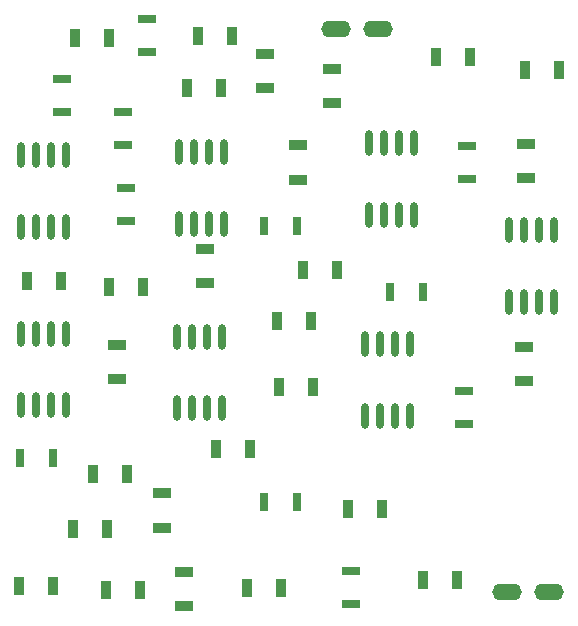
<source format=gtp>
G04 Layer: TopPasteMaskLayer*
G04 EasyEDA v6.5.40, 2024-07-22 10:49:34*
G04 Gerber Generator version 0.2*
G04 Scale: 100 percent, Rotated: No, Reflected: No *
G04 Dimensions in inches *
G04 leading zeros omitted , absolute positions ,3 integer and 6 decimal *
%FSLAX36Y36*%
%MOIN*%

%ADD10R,0.0630X0.0276*%
%ADD11R,0.0276X0.0630*%
%ADD12O,0.098425X0.055118*%
%ADD13R,0.0354X0.0630*%
%ADD14R,0.0630X0.0354*%
%ADD15O,0.027559X0.08661400000000001*%

%LPD*%
D10*
G01*
X795000Y-489879D03*
G01*
X795000Y-600120D03*
D11*
G01*
X1795119Y-1090000D03*
G01*
X1684880Y-1090000D03*
D10*
G01*
X590000Y-379879D03*
G01*
X590000Y-490120D03*
G01*
X875000Y-290120D03*
G01*
X875000Y-179879D03*
G01*
X805000Y-744879D03*
G01*
X805000Y-855120D03*
D11*
G01*
X1264880Y-870000D03*
G01*
X1375119Y-870000D03*
D10*
G01*
X1940000Y-604879D03*
G01*
X1940000Y-715120D03*
D11*
G01*
X449879Y-1645000D03*
G01*
X560120Y-1645000D03*
D10*
G01*
X1930000Y-1419879D03*
G01*
X1930000Y-1530120D03*
D11*
G01*
X1264880Y-1790000D03*
G01*
X1375119Y-1790000D03*
D10*
G01*
X1555000Y-2019879D03*
G01*
X1555000Y-2130120D03*
D12*
G01*
X2215000Y-2090000D03*
G01*
X2075000Y-2090000D03*
G01*
X1645000Y-215000D03*
G01*
X1505000Y-215000D03*
D13*
G01*
X862280Y-1073499D03*
G01*
X748110Y-1073499D03*
D14*
G01*
X1268500Y-297719D03*
G01*
X1268500Y-411889D03*
G01*
X773500Y-1267719D03*
G01*
X773500Y-1381889D03*
D13*
G01*
X1007719Y-411500D03*
G01*
X1121890Y-411500D03*
G01*
X747280Y-243499D03*
G01*
X633110Y-243499D03*
D14*
G01*
X1378500Y-602719D03*
G01*
X1378500Y-716889D03*
G01*
X1491499Y-462280D03*
G01*
X1491499Y-348110D03*
G01*
X1068500Y-947719D03*
G01*
X1068500Y-1061889D03*
D13*
G01*
X1312719Y-1406500D03*
G01*
X1426890Y-1406500D03*
D14*
G01*
X2131499Y-1387280D03*
G01*
X2131499Y-1273110D03*
D13*
G01*
X692719Y-1696500D03*
G01*
X806890Y-1696500D03*
D14*
G01*
X923500Y-1762719D03*
G01*
X923500Y-1876889D03*
D13*
G01*
X1217280Y-1613499D03*
G01*
X1103109Y-1613499D03*
G01*
X1657280Y-1813499D03*
G01*
X1543109Y-1813499D03*
G01*
X1792719Y-2051500D03*
G01*
X1906890Y-2051500D03*
D14*
G01*
X996499Y-2137280D03*
G01*
X996499Y-2023110D03*
D13*
G01*
X627719Y-1881500D03*
G01*
X741889Y-1881500D03*
G01*
X1207719Y-2076500D03*
G01*
X1321890Y-2076500D03*
G01*
X447719Y-2071500D03*
G01*
X561889Y-2071500D03*
G01*
X1392719Y-1016500D03*
G01*
X1506890Y-1016500D03*
G01*
X1307719Y-1186500D03*
G01*
X1421890Y-1186500D03*
G01*
X587280Y-1053499D03*
G01*
X473110Y-1053499D03*
G01*
X1042719Y-236500D03*
G01*
X1156890Y-236500D03*
G01*
X852280Y-2083499D03*
G01*
X738110Y-2083499D03*
D14*
G01*
X2136499Y-712280D03*
G01*
X2136499Y-598110D03*
D13*
G01*
X1837719Y-306500D03*
G01*
X1951890Y-306500D03*
G01*
X2132719Y-351500D03*
G01*
X2246890Y-351500D03*
D15*
G01*
X455000Y-874000D03*
G01*
X505000Y-874000D03*
G01*
X555000Y-874000D03*
G01*
X605000Y-874000D03*
G01*
X455000Y-635999D03*
G01*
X505000Y-635999D03*
G01*
X555000Y-635999D03*
G01*
X605000Y-635999D03*
G01*
X455000Y-1469000D03*
G01*
X505000Y-1469000D03*
G01*
X555000Y-1469000D03*
G01*
X605000Y-1469000D03*
G01*
X455000Y-1230999D03*
G01*
X505000Y-1230999D03*
G01*
X555000Y-1230999D03*
G01*
X605000Y-1230999D03*
G01*
X980000Y-864000D03*
G01*
X1030000Y-864000D03*
G01*
X1080000Y-864000D03*
G01*
X1130000Y-864000D03*
G01*
X980000Y-625999D03*
G01*
X1030000Y-625999D03*
G01*
X1080000Y-625999D03*
G01*
X1130000Y-625999D03*
G01*
X975000Y-1479000D03*
G01*
X1025000Y-1479000D03*
G01*
X1075000Y-1479000D03*
G01*
X1125000Y-1479000D03*
G01*
X975000Y-1240999D03*
G01*
X1025000Y-1240999D03*
G01*
X1075000Y-1240999D03*
G01*
X1125000Y-1240999D03*
G01*
X1615000Y-834000D03*
G01*
X1665000Y-834000D03*
G01*
X1715000Y-834000D03*
G01*
X1765000Y-834000D03*
G01*
X1615000Y-595999D03*
G01*
X1665000Y-595999D03*
G01*
X1715000Y-595999D03*
G01*
X1765000Y-595999D03*
G01*
X1600000Y-1504000D03*
G01*
X1650000Y-1504000D03*
G01*
X1700000Y-1504000D03*
G01*
X1750000Y-1504000D03*
G01*
X1600000Y-1265999D03*
G01*
X1650000Y-1265999D03*
G01*
X1700000Y-1265999D03*
G01*
X1750000Y-1265999D03*
G01*
X2080000Y-1124000D03*
G01*
X2130000Y-1124000D03*
G01*
X2180000Y-1124000D03*
G01*
X2230000Y-1124000D03*
G01*
X2080000Y-885999D03*
G01*
X2130000Y-885999D03*
G01*
X2180000Y-885999D03*
G01*
X2230000Y-885999D03*
M02*

</source>
